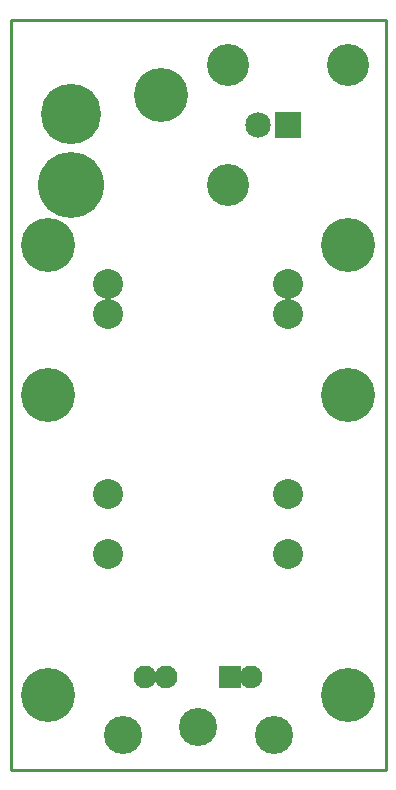
<source format=gts>
G04 (created by PCBNEW-RS274X (2010-03-14)-final) date Fri 10 Jun 2011 04:11:06 PM PDT*
G01*
G70*
G90*
%MOIN*%
G04 Gerber Fmt 3.4, Leading zero omitted, Abs format*
%FSLAX34Y34*%
G04 APERTURE LIST*
%ADD10C,0.006000*%
%ADD11C,0.009000*%
%ADD12C,0.140000*%
%ADD13R,0.085000X0.085000*%
%ADD14C,0.085000*%
%ADD15C,0.127000*%
%ADD16C,0.076000*%
%ADD17R,0.076000X0.076000*%
%ADD18C,0.220000*%
%ADD19C,0.201100*%
%ADD20C,0.100000*%
%ADD21C,0.180000*%
G04 APERTURE END LIST*
G54D10*
G54D11*
X52250Y-29000D02*
X52250Y-54000D01*
X64750Y-29000D02*
X52250Y-29000D01*
X64750Y-54000D02*
X64750Y-29000D01*
X52250Y-54000D02*
X64750Y-54000D01*
G54D12*
X59500Y-30500D03*
X63500Y-30500D03*
G54D13*
X61500Y-32500D03*
G54D14*
X60500Y-32500D03*
G54D12*
X59500Y-34500D03*
G54D15*
X55980Y-52840D03*
X61020Y-52840D03*
G54D16*
X56730Y-50920D03*
X60270Y-50920D03*
X57435Y-50920D03*
G54D17*
X59565Y-50920D03*
G54D15*
X58500Y-52570D03*
G54D18*
X54250Y-34500D03*
G54D19*
X54250Y-32138D03*
G54D20*
X61500Y-37800D03*
X61500Y-38800D03*
X55500Y-37800D03*
X55500Y-38800D03*
X61500Y-44800D03*
X55500Y-44800D03*
X55500Y-46800D03*
X61500Y-46800D03*
G54D21*
X63500Y-41500D03*
X53500Y-51500D03*
X63500Y-51500D03*
X53500Y-41500D03*
X63500Y-36500D03*
X57250Y-31500D03*
X53500Y-36500D03*
M02*

</source>
